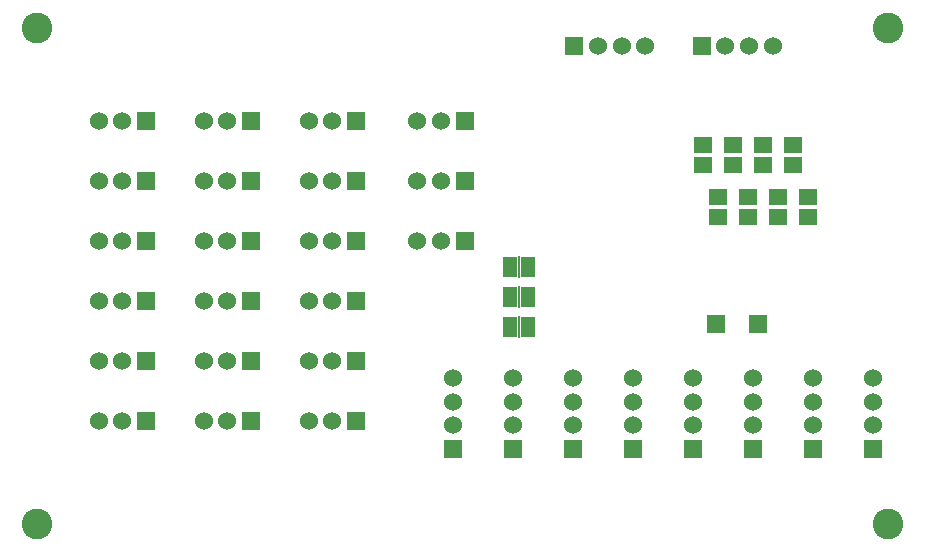
<source format=gbr>
G04 EAGLE Gerber RS-274X export*
G75*
%MOMM*%
%FSLAX34Y34*%
%LPD*%
%INSoldermask Bottom*%
%IPPOS*%
%AMOC8*
5,1,8,0,0,1.08239X$1,22.5*%
G01*
%ADD10R,1.270000X1.701800*%
%ADD11R,0.152400X1.828800*%
%ADD12R,1.601600X1.401600*%
%ADD13R,1.601600X1.601600*%
%ADD14C,2.601600*%
%ADD15C,1.524000*%
%ADD16R,1.524000X1.524000*%


D10*
X430530Y196850D03*
X445770Y196850D03*
D11*
X438150Y196850D03*
D10*
X430530Y222250D03*
X445770Y222250D03*
D11*
X438150Y222250D03*
D10*
X430530Y247650D03*
X445770Y247650D03*
D11*
X438150Y247650D03*
D12*
X593725Y334400D03*
X593725Y351400D03*
X606425Y289950D03*
X606425Y306950D03*
X619125Y334400D03*
X619125Y351400D03*
X631825Y289950D03*
X631825Y306950D03*
X644525Y334400D03*
X644525Y351400D03*
X657225Y289950D03*
X657225Y306950D03*
X669925Y334400D03*
X669925Y351400D03*
X682625Y289950D03*
X682625Y306950D03*
D13*
X639800Y200025D03*
X604800Y200025D03*
D14*
X750000Y30000D03*
X750000Y450000D03*
X30000Y30000D03*
X30000Y450000D03*
D15*
X544550Y435450D03*
X524550Y435450D03*
X504550Y435450D03*
D16*
X484550Y435450D03*
D15*
X652500Y435450D03*
X632500Y435450D03*
X612500Y435450D03*
D16*
X592500Y435450D03*
D15*
X81875Y117950D03*
X101875Y117950D03*
D16*
X121875Y117950D03*
D15*
X170775Y117950D03*
X190775Y117950D03*
D16*
X210775Y117950D03*
D15*
X259675Y117950D03*
X279675Y117950D03*
D16*
X299675Y117950D03*
D15*
X81875Y168750D03*
X101875Y168750D03*
D16*
X121875Y168750D03*
D15*
X170775Y168750D03*
X190775Y168750D03*
D16*
X210775Y168750D03*
D15*
X259675Y168750D03*
X279675Y168750D03*
D16*
X299675Y168750D03*
D15*
X81875Y219550D03*
X101875Y219550D03*
D16*
X121875Y219550D03*
D15*
X170775Y219550D03*
X190775Y219550D03*
D16*
X210775Y219550D03*
D15*
X259675Y219550D03*
X279675Y219550D03*
D16*
X299675Y219550D03*
D15*
X81875Y270350D03*
X101875Y270350D03*
D16*
X121875Y270350D03*
D15*
X170775Y270350D03*
X190775Y270350D03*
D16*
X210775Y270350D03*
D15*
X259675Y270350D03*
X279675Y270350D03*
D16*
X299675Y270350D03*
D15*
X81875Y321150D03*
X101875Y321150D03*
D16*
X121875Y321150D03*
D15*
X170775Y321150D03*
X190775Y321150D03*
D16*
X210775Y321150D03*
D15*
X259675Y321150D03*
X279675Y321150D03*
D16*
X299675Y321150D03*
D15*
X81875Y371950D03*
X101875Y371950D03*
D16*
X121875Y371950D03*
D15*
X170775Y371950D03*
X190775Y371950D03*
D16*
X210775Y371950D03*
D15*
X259675Y371950D03*
X279675Y371950D03*
D16*
X299675Y371950D03*
D15*
X351750Y371950D03*
X371750Y371950D03*
D16*
X391750Y371950D03*
D15*
X351750Y270350D03*
X371750Y270350D03*
D16*
X391750Y270350D03*
D15*
X351750Y321150D03*
X371750Y321150D03*
D16*
X391750Y321150D03*
D15*
X381475Y154025D03*
X381475Y134025D03*
X381475Y114025D03*
D16*
X381475Y94025D03*
D15*
X432275Y154025D03*
X432275Y134025D03*
X432275Y114025D03*
D16*
X432275Y94025D03*
D15*
X483075Y154025D03*
X483075Y134025D03*
X483075Y114025D03*
D16*
X483075Y94025D03*
D15*
X533875Y154025D03*
X533875Y134025D03*
X533875Y114025D03*
D16*
X533875Y94025D03*
D15*
X584675Y154025D03*
X584675Y134025D03*
X584675Y114025D03*
D16*
X584675Y94025D03*
D15*
X635475Y154025D03*
X635475Y134025D03*
X635475Y114025D03*
D16*
X635475Y94025D03*
D15*
X686275Y154025D03*
X686275Y134025D03*
X686275Y114025D03*
D16*
X686275Y94025D03*
D15*
X737075Y154025D03*
X737075Y134025D03*
X737075Y114025D03*
D16*
X737075Y94025D03*
M02*

</source>
